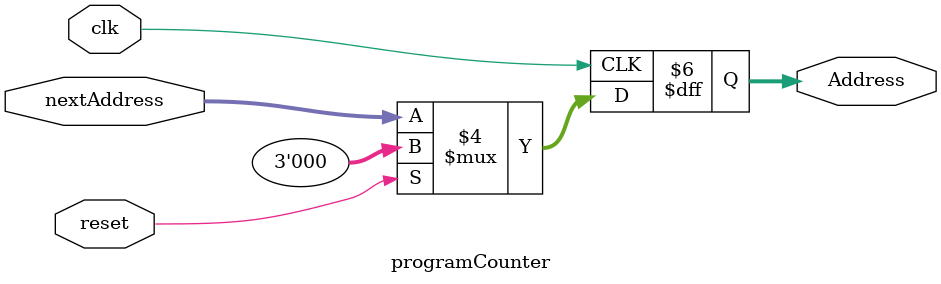
<source format=sv>
`timescale 1ns / 1ps


module programCounter( input logic[2:0] nextAddress, input logic reset, output logic[2:0] Address, input logic clk );

    initial begin 
        Address = 3'b000;
    end
    
    always @( posedge clk )
        begin 
            if (reset) Address = 3'b000;
        
            else Address <= nextAddress;
        end
endmodule

</source>
